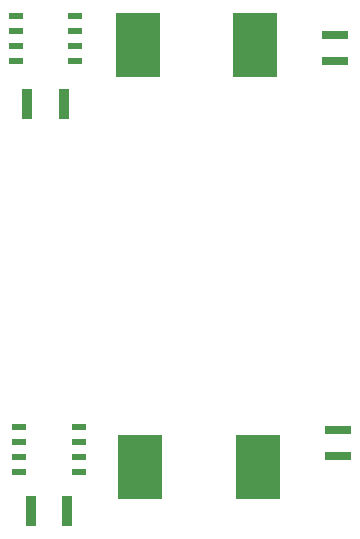
<source format=gtp>
G04 Layer_Color=8421504*
%FSLAX44Y44*%
%MOMM*%
G71*
G01*
G75*
%ADD10R,0.9000X2.5000*%
%ADD11R,2.2000X0.8000*%
%ADD12R,3.8500X5.5000*%
%ADD13R,1.1940X0.5590*%
D10*
X122500Y34000D02*
D03*
X153500D02*
D03*
X150500Y379000D02*
D03*
X119500D02*
D03*
D11*
X383000Y103000D02*
D03*
Y81000D02*
D03*
X380000Y415000D02*
D03*
Y437000D02*
D03*
D12*
X314750Y72000D02*
D03*
X215250D02*
D03*
X213250Y429000D02*
D03*
X312750D02*
D03*
D13*
X112725Y105050D02*
D03*
Y92350D02*
D03*
Y79650D02*
D03*
Y66950D02*
D03*
X163275Y105050D02*
D03*
Y92350D02*
D03*
Y79650D02*
D03*
Y66950D02*
D03*
X109725Y453050D02*
D03*
Y440350D02*
D03*
Y427650D02*
D03*
Y414950D02*
D03*
X160275Y453050D02*
D03*
Y440350D02*
D03*
Y427650D02*
D03*
Y414950D02*
D03*
M02*

</source>
